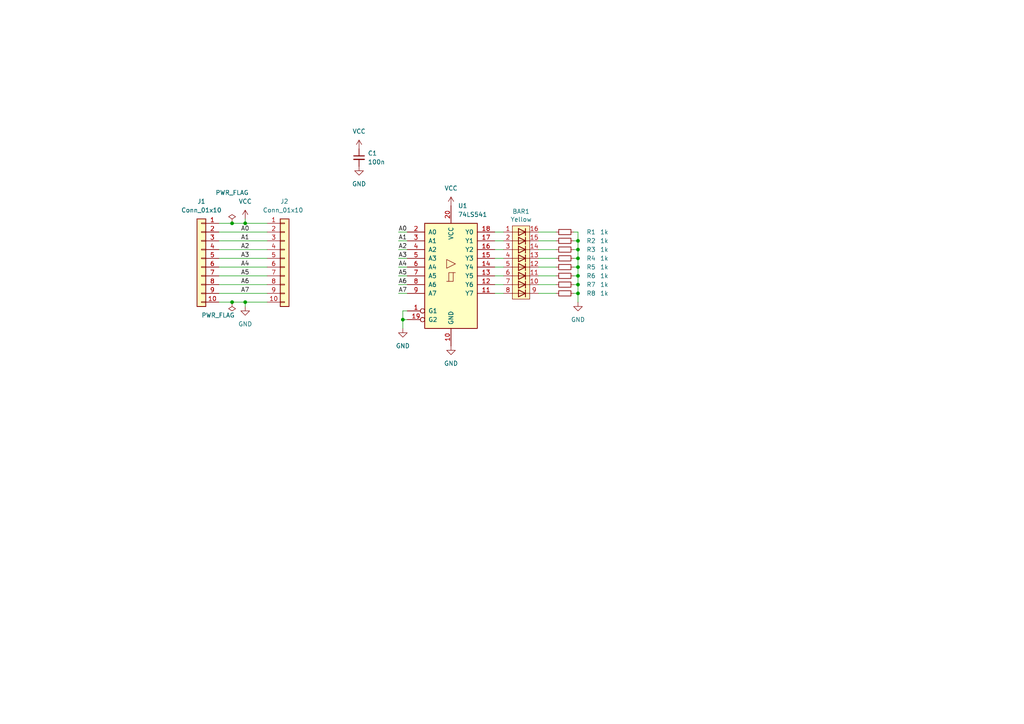
<source format=kicad_sch>
(kicad_sch (version 20211123) (generator eeschema)
  (paper "A4")
  (title_block (title "LED Bar") (date "2022-04-05") (rev "A"))
  (lib_symbols
    (symbol "74xx:74LS541" (pin_names (offset 1.016))
      (property "Reference" "U" (at -7.62 16.51 0))
      (property "Value" "74LS541" (at -7.62 -16.51 0))
      (symbol "74LS541_1_0"
        (polyline (pts (xy -0.635 -1.6002) (xy -0.635 0.9398) (xy 0.635 0.9398)))
        (polyline (pts (xy -1.27 -1.6002) (xy 0.635 -1.6002) (xy 0.635 0.9398) (xy 1.27 0.9398)))
        (polyline (pts (xy 1.27 3.4798) (xy -1.27 4.7498) (xy -1.27 2.2098) (xy 1.27 3.4798)) (stroke (width 0.1524)))
        (pin input inverted (at -12.7 -10.16 0) (length 5.08) (name "G1") (number "1"))
        (pin power_in line (at 0 -20.32 90) (length 5.08) (name "GND") (number "10"))
        (pin tri_state line (at 12.7 -5.08 180) (length 5.08) (name "Y7") (number "11"))
        (pin tri_state line (at 12.7 -2.54 180) (length 5.08) (name "Y6") (number "12"))
        (pin tri_state line (at 12.7 0 180) (length 5.08) (name "Y5") (number "13"))
        (pin tri_state line (at 12.7 2.54 180) (length 5.08) (name "Y4") (number "14"))
        (pin tri_state line (at 12.7 5.08 180) (length 5.08) (name "Y3") (number "15"))
        (pin tri_state line (at 12.7 7.62 180) (length 5.08) (name "Y2") (number "16"))
        (pin tri_state line (at 12.7 10.16 180) (length 5.08) (name "Y1") (number "17"))
        (pin tri_state line (at 12.7 12.7 180) (length 5.08) (name "Y0") (number "18"))
        (pin input inverted (at -12.7 -12.7 0) (length 5.08) (name "G2") (number "19"))
        (pin input line (at -12.7 12.7 0) (length 5.08) (name "A0") (number "2"))
        (pin power_in line (at 0 20.32 270) (length 5.08) (name "VCC") (number "20"))
        (pin input line (at -12.7 10.16 0) (length 5.08) (name "A1") (number "3"))
        (pin input line (at -12.7 7.62 0) (length 5.08) (name "A2") (number "4"))
        (pin input line (at -12.7 5.08 0) (length 5.08) (name "A3") (number "5"))
        (pin input line (at -12.7 2.54 0) (length 5.08) (name "A4") (number "6"))
        (pin input line (at -12.7 0 0) (length 5.08) (name "A5") (number "7"))
        (pin input line (at -12.7 -2.54 0) (length 5.08) (name "A6") (number "8"))
        (pin input line (at -12.7 -5.08 0) (length 5.08) (name "A7") (number "9"))
      )
      (symbol "74LS541_1_1"
        (rectangle (start -7.62 15.24) (end 7.62 -15.24) (stroke (width 0.254)) (fill (type background)))
      )
    )
    (symbol "Connector_Generic:Conn_01x10" (pin_names (offset 1.016) hide)
      (property "Reference" "J" (at 0 12.7 0))
      (property "Value" "Conn_01x10" (at 0 -15.24 0))
      (symbol "Conn_01x10_1_1"
        (rectangle (start -1.27 -12.573) (end 0 -12.827) (stroke (width 0.1524)))
        (rectangle (start -1.27 -10.033) (end 0 -10.287) (stroke (width 0.1524)))
        (rectangle (start -1.27 -7.493) (end 0 -7.747) (stroke (width 0.1524)))
        (rectangle (start -1.27 -4.953) (end 0 -5.207) (stroke (width 0.1524)))
        (rectangle (start -1.27 -2.413) (end 0 -2.667) (stroke (width 0.1524)))
        (rectangle (start -1.27 0.127) (end 0 -0.127) (stroke (width 0.1524)))
        (rectangle (start -1.27 2.667) (end 0 2.413) (stroke (width 0.1524)))
        (rectangle (start -1.27 5.207) (end 0 4.953) (stroke (width 0.1524)))
        (rectangle (start -1.27 7.747) (end 0 7.493) (stroke (width 0.1524)))
        (rectangle (start -1.27 10.287) (end 0 10.033) (stroke (width 0.1524)))
        (rectangle (start -1.27 11.43) (end 1.27 -13.97) (stroke (width 0.254)) (fill (type background)))
        (pin passive line (at -5.08 10.16 0) (length 3.81) (name "Pin_1") (number "1"))
        (pin passive line (at -5.08 -12.7 0) (length 3.81) (name "Pin_10") (number "10"))
        (pin passive line (at -5.08 7.62 0) (length 3.81) (name "Pin_2") (number "2"))
        (pin passive line (at -5.08 5.08 0) (length 3.81) (name "Pin_3") (number "3"))
        (pin passive line (at -5.08 2.54 0) (length 3.81) (name "Pin_4") (number "4"))
        (pin passive line (at -5.08 0 0) (length 3.81) (name "Pin_5") (number "5"))
        (pin passive line (at -5.08 -2.54 0) (length 3.81) (name "Pin_6") (number "6"))
        (pin passive line (at -5.08 -5.08 0) (length 3.81) (name "Pin_7") (number "7"))
        (pin passive line (at -5.08 -7.62 0) (length 3.81) (name "Pin_8") (number "8"))
        (pin passive line (at -5.08 -10.16 0) (length 3.81) (name "Pin_9") (number "9"))
      )
    )
    (symbol "Device:C_Small" (pin_numbers hide) (pin_names (offset 0.254) hide)
      (property "Reference" "C" (at 0.254 1.778 0))
      (property "Value" "C_Small" (at 0.254 -2.032 0))
      (symbol "C_Small_0_1"
        (polyline (pts (xy -1.524 -0.508) (xy 1.524 -0.508)) (stroke (width 0.3302)))
        (polyline (pts (xy -1.524 0.508) (xy 1.524 0.508)) (stroke (width 0.3048)))
      )
      (symbol "C_Small_1_1"
        (pin passive line (at 0 2.54 270) (length 2.032) (name "~") (number "1"))
        (pin passive line (at 0 -2.54 90) (length 2.032) (name "~") (number "2"))
      )
    )
    (symbol "Device:R_Small" (pin_numbers hide) (pin_names (offset 0.254) hide)
      (property "Reference" "R" (at 0.762 0.508 0))
      (property "Value" "R_Small" (at 0.762 -1.016 0))
      (symbol "R_Small_0_1"
        (rectangle (start -0.762 1.778) (end 0.762 -1.778) (stroke (width 0.2032)))
      )
      (symbol "R_Small_1_1"
        (pin passive line (at 0 2.54 270) (length 0.762) (name "~") (number "1"))
        (pin passive line (at 0 -2.54 90) (length 0.762) (name "~") (number "2"))
      )
    )
    (symbol "led_bar:LED-Array-8" (pin_names (offset 1.016) hide)
      (property "Reference" "BAR" (at 0 11.938 0))
      (property "Value" "LED-Array-8" (at 0.762 -12.065 0))
      (symbol "LED-Array-8_0_1"
        (polyline (pts (xy -2.54 -8.89) (xy 2.54 -8.89)))
        (polyline (pts (xy -2.54 -6.35) (xy 2.54 -6.35)))
        (polyline (pts (xy -2.54 -1.27) (xy 2.54 -1.27)))
        (polyline (pts (xy -2.54 3.81) (xy 2.54 3.81)))
        (polyline (pts (xy -2.54 6.35) (xy 2.54 6.35)))
        (polyline (pts (xy -2.54 8.89) (xy 2.54 8.89)))
        (polyline (pts (xy 1.27 -7.874) (xy 1.27 -9.906)) (stroke (width 0.254)))
        (polyline (pts (xy 1.27 -5.334) (xy 1.27 -7.366)) (stroke (width 0.254)))
        (polyline (pts (xy 1.27 -2.794) (xy 1.27 -4.826)) (stroke (width 0.254)))
        (polyline (pts (xy 1.27 -0.254) (xy 1.27 -2.286)) (stroke (width 0.254)))
        (polyline (pts (xy 1.27 2.286) (xy 1.27 0.254)) (stroke (width 0.254)))
        (polyline (pts (xy 1.27 4.826) (xy 1.27 2.794)) (stroke (width 0.254)))
        (polyline (pts (xy 1.27 7.366) (xy 1.27 5.334)) (stroke (width 0.254)))
        (polyline (pts (xy 1.27 9.906) (xy 1.27 7.874)) (stroke (width 0.254)))
        (polyline (pts (xy 2.54 -3.81) (xy -2.54 -3.81)))
        (polyline (pts (xy 2.54 1.27) (xy -2.54 1.27)))
        (polyline (pts (xy -0.762 -7.874) (xy -0.762 -9.906) (xy 1.27 -8.89) (xy -0.762 -7.874)) (stroke (width 0.254)))
        (polyline (pts (xy -0.762 -5.334) (xy -0.762 -7.366) (xy 1.27 -6.35) (xy -0.762 -5.334)) (stroke (width 0.254)))
        (polyline (pts (xy -0.762 -2.794) (xy -0.762 -4.826) (xy 1.27 -3.81) (xy -0.762 -2.794)) (stroke (width 0.254)))
        (polyline (pts (xy -0.762 -0.254) (xy -0.762 -2.286) (xy 1.27 -1.27) (xy -0.762 -0.254)) (stroke (width 0.254)))
        (polyline (pts (xy -0.762 2.286) (xy -0.762 0.254) (xy 1.27 1.27) (xy -0.762 2.286)) (stroke (width 0.254)))
        (polyline (pts (xy -0.762 4.826) (xy -0.762 2.794) (xy 1.27 3.81) (xy -0.762 4.826)) (stroke (width 0.254)))
        (polyline (pts (xy -0.762 7.366) (xy -0.762 5.334) (xy 1.27 6.35) (xy -0.762 7.366)) (stroke (width 0.254)))
        (polyline (pts (xy -0.762 9.906) (xy -0.762 7.874) (xy 1.27 8.89) (xy -0.762 9.906)) (stroke (width 0.254)))
        (rectangle (start 2.54 10.668) (end -2.54 -10.541) (fill (type background)))
      )
      (symbol "LED-Array-8_1_1"
        (pin passive line (at -5.08 8.89 0) (length 2.54) (name "A") (number "1"))
        (pin passive line (at 5.08 -6.35 180) (length 2.54) (name "K") (number "10"))
        (pin passive line (at 5.08 -3.81 180) (length 2.54) (name "K") (number "11"))
        (pin passive line (at 5.08 -1.27 180) (length 2.54) (name "K") (number "12"))
        (pin passive line (at 5.08 1.27 180) (length 2.54) (name "K") (number "13"))
        (pin passive line (at 5.08 3.81 180) (length 2.54) (name "K") (number "14"))
        (pin passive line (at 5.08 6.35 180) (length 2.54) (name "K") (number "15"))
        (pin passive line (at 5.08 8.89 180) (length 2.54) (name "K") (number "16"))
        (pin passive line (at -5.08 6.35 0) (length 2.54) (name "A") (number "2"))
        (pin passive line (at -5.08 3.81 0) (length 2.54) (name "A") (number "3"))
        (pin passive line (at -5.08 1.27 0) (length 2.54) (name "A") (number "4"))
        (pin passive line (at -5.08 -1.27 0) (length 2.54) (name "A") (number "5"))
        (pin passive line (at -5.08 -3.81 0) (length 2.54) (name "A") (number "6"))
        (pin passive line (at -5.08 -6.35 0) (length 2.54) (name "A") (number "7"))
        (pin passive line (at -5.08 -8.89 0) (length 2.54) (name "A") (number "8"))
        (pin passive line (at 5.08 -8.89 180) (length 2.54) (name "K") (number "9"))
      )
    )
    (symbol "power:GND" (power) (pin_names (offset 0))
      (property "Value" "GND" (at 0 -3.81 0))
      (symbol "GND_0_1"
        (polyline (pts (xy 0 0) (xy 0 -1.27) (xy 1.27 -1.27) (xy 0 -2.54) (xy -1.27 -1.27) (xy 0 -1.27)))
      )
      (symbol "GND_1_1"
        (pin power_in line (at 0 0 270) (length 0) hide (name "GND") (number "1"))
      )
    )
    (symbol "power:PWR_FLAG" (power) (pin_numbers hide) (pin_names (offset 0) hide)
      (property "Value" "PWR_FLAG" (at 0 3.81 0))
      (symbol "PWR_FLAG_0_0"
        (pin power_out line (at 0 0 90) (length 0) (name "pwr") (number "1"))
      )
      (symbol "PWR_FLAG_0_1"
        (polyline (pts (xy 0 0) (xy 0 1.27) (xy -1.016 1.905) (xy 0 2.54) (xy 1.016 1.905) (xy 0 1.27)))
      )
    )
    (symbol "power:VCC" (power) (pin_names (offset 0))
      (property "Value" "VCC" (at 0 3.81 0))
      (symbol "VCC_0_1"
        (polyline (pts (xy -0.762 1.27) (xy 0 2.54)))
        (polyline (pts (xy 0 0) (xy 0 2.54)))
        (polyline (pts (xy 0 2.54) (xy 0.762 1.27)))
      )
      (symbol "VCC_1_1"
        (pin power_in line (at 0 0 90) (length 0) hide (name "VCC") (number "1"))
      )
    )
  )
  (junction (at 167.64 72.39))
  (junction (at 71.12 64.77))
  (junction (at 167.64 82.55))
  (junction (at 71.12 87.63))
  (junction (at 167.64 69.85))
  (junction (at 167.64 85.09))
  (junction (at 67.31 87.63))
  (junction (at 167.64 80.01))
  (junction (at 116.84 92.71))
  (junction (at 67.31 64.77))
  (junction (at 167.64 77.47))
  (junction (at 167.64 74.93))
  (wire (pts (xy 116.84 92.71) (xy 118.11 92.71)))
  (wire (pts (xy 167.64 77.47) (xy 167.64 74.93)))
  (wire (pts (xy 143.51 69.85) (xy 146.05 69.85)))
  (wire (pts (xy 71.12 87.63) (xy 71.12 88.9)))
  (wire (pts (xy 115.57 74.93) (xy 118.11 74.93)))
  (wire (pts (xy 115.57 77.47) (xy 118.11 77.47)))
  (wire (pts (xy 156.21 85.09) (xy 161.29 85.09)))
  (wire (pts (xy 63.5 69.85) (xy 77.47 69.85)))
  (wire (pts (xy 167.64 69.85) (xy 167.64 67.31)))
  (wire (pts (xy 167.64 80.01) (xy 167.64 77.47)))
  (wire (pts (xy 156.21 69.85) (xy 161.29 69.85)))
  (wire (pts (xy 71.12 64.77) (xy 77.47 64.77)))
  (wire (pts (xy 161.29 82.55) (xy 156.21 82.55)))
  (wire (pts (xy 115.57 82.55) (xy 118.11 82.55)))
  (wire (pts (xy 146.05 82.55) (xy 143.51 82.55)))
  (wire (pts (xy 143.51 74.93) (xy 146.05 74.93)))
  (wire (pts (xy 161.29 77.47) (xy 156.21 77.47)))
  (wire (pts (xy 143.51 80.01) (xy 146.05 80.01)))
  (wire (pts (xy 116.84 92.71) (xy 116.84 95.25)))
  (wire (pts (xy 115.57 67.31) (xy 118.11 67.31)))
  (wire (pts (xy 167.64 72.39) (xy 166.37 72.39)))
  (wire (pts (xy 115.57 80.01) (xy 118.11 80.01)))
  (wire (pts (xy 71.12 87.63) (xy 77.47 87.63)))
  (wire (pts (xy 63.5 77.47) (xy 77.47 77.47)))
  (wire (pts (xy 63.5 64.77) (xy 67.31 64.77)))
  (wire (pts (xy 115.57 85.09) (xy 118.11 85.09)))
  (wire (pts (xy 71.12 63.5) (xy 71.12 64.77)))
  (wire (pts (xy 167.64 74.93) (xy 167.64 72.39)))
  (wire (pts (xy 167.64 85.09) (xy 166.37 85.09)))
  (wire (pts (xy 167.64 82.55) (xy 166.37 82.55)))
  (wire (pts (xy 167.64 85.09) (xy 167.64 82.55)))
  (wire (pts (xy 63.5 80.01) (xy 77.47 80.01)))
  (wire (pts (xy 63.5 74.93) (xy 77.47 74.93)))
  (wire (pts (xy 115.57 72.39) (xy 118.11 72.39)))
  (wire (pts (xy 118.11 90.17) (xy 116.84 90.17)))
  (wire (pts (xy 161.29 72.39) (xy 156.21 72.39)))
  (wire (pts (xy 146.05 67.31) (xy 143.51 67.31)))
  (wire (pts (xy 63.5 72.39) (xy 77.47 72.39)))
  (wire (pts (xy 63.5 87.63) (xy 67.31 87.63)))
  (wire (pts (xy 167.64 87.63) (xy 167.64 85.09)))
  (wire (pts (xy 63.5 85.09) (xy 77.47 85.09)))
  (wire (pts (xy 143.51 85.09) (xy 146.05 85.09)))
  (wire (pts (xy 67.31 87.63) (xy 71.12 87.63)))
  (wire (pts (xy 146.05 77.47) (xy 143.51 77.47)))
  (wire (pts (xy 167.64 82.55) (xy 167.64 80.01)))
  (wire (pts (xy 115.57 69.85) (xy 118.11 69.85)))
  (wire (pts (xy 156.21 74.93) (xy 161.29 74.93)))
  (wire (pts (xy 167.64 72.39) (xy 167.64 69.85)))
  (wire (pts (xy 146.05 72.39) (xy 143.51 72.39)))
  (wire (pts (xy 63.5 67.31) (xy 77.47 67.31)))
  (wire (pts (xy 167.64 80.01) (xy 166.37 80.01)))
  (wire (pts (xy 116.84 90.17) (xy 116.84 92.71)))
  (wire (pts (xy 67.31 64.77) (xy 71.12 64.77)))
  (wire (pts (xy 167.64 77.47) (xy 166.37 77.47)))
  (wire (pts (xy 63.5 82.55) (xy 77.47 82.55)))
  (wire (pts (xy 167.64 69.85) (xy 166.37 69.85)))
  (wire (pts (xy 156.21 80.01) (xy 161.29 80.01)))
  (wire (pts (xy 167.64 67.31) (xy 166.37 67.31)))
  (wire (pts (xy 167.64 74.93) (xy 166.37 74.93)))
  (wire (pts (xy 156.21 67.31) (xy 161.29 67.31)))
  (label "A6" (at 115.57 82.55 0))
  (label "A2" (at 69.85 72.39 0))
  (label "A2" (at 115.57 72.39 0))
  (label "A0" (at 115.57 67.31 0))
  (label "A4" (at 69.85 77.47 0))
  (label "A5" (at 115.57 80.01 0))
  (label "A7" (at 69.85 85.09 0))
  (label "A1" (at 115.57 69.85 0))
  (label "A4" (at 115.57 77.47 0))
  (label "A3" (at 69.85 74.93 0))
  (label "A0" (at 69.85 67.31 0))
  (label "A7" (at 115.57 85.09 0))
  (label "A5" (at 69.85 80.01 0))
  (label "A1" (at 69.85 69.85 0))
  (label "A3" (at 115.57 74.93 0))
  (label "A6" (at 69.85 82.55 0))
  (symbol (lib_id "power:GND") (at 167.64 87.63 0) (unit 1)
    (property "Reference" "#PWR0105" (effects hide))
    (property "Value" "GND" (at 167.64 92.71 0))
  )
  (symbol (lib_id "Device:R_Small") (at 163.83 85.09 90) (unit 1)
    (property "Reference" "R8" (at 171.45 85.09 90))
    (property "Value" "1k" (at 175.26 85.09 90))
    (property "Footprint" "Resistor_SMD:R_1206_3216Metric_Pad1.30x1.75mm_HandSolder" (effects hide))
  )
  (symbol (lib_id "Device:R_Small") (at 163.83 72.39 90) (unit 1)
    (property "Reference" "R3" (at 171.45 72.39 90))
    (property "Value" "1k" (at 175.26 72.39 90))
    (property "Footprint" "Resistor_SMD:R_1206_3216Metric_Pad1.30x1.75mm_HandSolder" (effects hide))
  )
  (symbol (lib_id "power:VCC") (at 71.12 63.5 0) (unit 1)
    (property "Reference" "#PWR01" (effects hide))
    (property "Value" "VCC" (at 71.12 58.42 0))
  )
  (symbol (lib_id "Connector_Generic:Conn_01x10") (at 82.55 74.93 0) (unit 1)
    (property "Reference" "J2" (at 81.28 58.42 0) (effects (justify left)))
    (property "Value" "Conn_01x10" (at 76.2 60.96 0) (effects (justify left)))
    (property "Footprint" "Connector_PinHeader_2.54mm:PinHeader_1x10_P2.54mm_Vertical" (effects hide))
  )
  (symbol (lib_id "power:PWR_FLAG") (at 67.31 64.77 0) (unit 1)
    (property "Reference" "#FLG0102" (effects hide))
    (property "Value" "PWR_FLAG" (at 67.31 55.88 0))
  )
  (symbol (lib_id "led_bar:LED-Array-8") (at 151.13 76.2 0) (unit 1)
    (property "Reference" "BAR1" (at 151.13 61.341 0))
    (property "Value" "Yellow" (at 151.13 63.6524 0))
    (property "Footprint" "Package_DIP:DIP-16_W7.62mm" (effects hide))
  )
  (symbol (lib_id "power:VCC") (at 130.81 59.69 0) (unit 1)
    (property "Reference" "#PWR06" (effects hide))
    (property "Value" "VCC" (at 130.81 54.61 0))
  )
  (symbol (lib_id "power:GND") (at 130.81 100.33 0) (unit 1)
    (property "Reference" "#PWR0101" (effects hide))
    (property "Value" "GND" (at 130.81 105.41 0))
  )
  (symbol (lib_id "Device:R_Small") (at 163.83 80.01 90) (unit 1)
    (property "Reference" "R6" (at 171.45 80.01 90))
    (property "Value" "1k" (at 175.26 80.01 90))
    (property "Footprint" "Resistor_SMD:R_1206_3216Metric_Pad1.30x1.75mm_HandSolder" (effects hide))
  )
  (symbol (lib_id "Device:R_Small") (at 163.83 74.93 90) (unit 1)
    (property "Reference" "R4" (at 171.45 74.93 90))
    (property "Value" "1k" (at 175.26 74.93 90))
    (property "Footprint" "Resistor_SMD:R_1206_3216Metric_Pad1.30x1.75mm_HandSolder" (effects hide))
  )
  (symbol (lib_id "power:GND") (at 116.84 95.25 0) (unit 1)
    (property "Reference" "#PWR0102" (effects hide))
    (property "Value" "GND" (at 116.84 100.33 0))
  )
  (symbol (lib_id "Device:R_Small") (at 163.83 67.31 90) (unit 1)
    (property "Reference" "R1" (at 171.45 67.31 90))
    (property "Value" "1k" (at 175.26 67.31 90))
    (property "Footprint" "Resistor_SMD:R_1206_3216Metric_Pad1.30x1.75mm_HandSolder" (effects hide))
  )
  (symbol (lib_id "Device:C_Small") (at 104.14 45.72 0) (unit 1)
    (property "Reference" "C1" (at 106.68 44.4562 0) (effects (justify left)))
    (property "Value" "100n" (at 106.68 46.9962 0) (effects (justify left)))
    (property "Footprint" "Capacitor_THT:C_Disc_D3.0mm_W1.6mm_P2.50mm" (effects hide))
  )
  (symbol (lib_id "power:GND") (at 104.14 48.26 0) (unit 1)
    (property "Reference" "#PWR0104" (effects hide))
    (property "Value" "GND" (at 104.14 53.34 0))
  )
  (symbol (lib_id "Device:R_Small") (at 163.83 82.55 90) (unit 1)
    (property "Reference" "R7" (at 171.45 82.55 90))
    (property "Value" "1k" (at 175.26 82.55 90))
    (property "Footprint" "Resistor_SMD:R_1206_3216Metric_Pad1.30x1.75mm_HandSolder" (effects hide))
  )
  (symbol (lib_id "power:GND") (at 71.12 88.9 0) (unit 1)
    (property "Reference" "#PWR0103" (effects hide))
    (property "Value" "GND" (at 71.12 93.98 0))
  )
  (symbol (lib_id "Connector_Generic:Conn_01x10") (at 58.42 74.93 0) (mirror y) (unit 1)
    (property "Reference" "J1" (at 58.42 58.42 0))
    (property "Value" "Conn_01x10" (at 58.42 60.96 0))
    (property "Footprint" "Connector_PinHeader_2.54mm:PinHeader_1x10_P2.54mm_Vertical" (effects hide))
  )
  (symbol (lib_id "Device:R_Small") (at 163.83 77.47 90) (unit 1)
    (property "Reference" "R5" (at 171.45 77.47 90))
    (property "Value" "1k" (at 175.26 77.47 90))
    (property "Footprint" "Resistor_SMD:R_1206_3216Metric_Pad1.30x1.75mm_HandSolder" (effects hide))
  )
  (symbol (lib_id "74xx:74LS541") (at 130.81 80.01 0) (unit 1)
    (property "Reference" "U1" (at 132.8294 59.69 0) (effects (justify left)))
    (property "Value" "74LS541" (at 132.8294 62.23 0) (effects (justify left)))
    (property "Footprint" "Package_DIP:DIP-20_W7.62mm" (effects hide))
    (property "Datasheet" "http://www.ti.com/lit/gpn/sn74LS541" (effects hide))
  )
  (symbol (lib_id "power:PWR_FLAG") (at 67.31 87.63 180) (unit 1)
    (property "Reference" "#FLG0101" (effects hide))
    (property "Value" "PWR_FLAG" (at 58.42 91.44 0) (effects (justify right)))
  )
  (symbol (lib_id "Device:R_Small") (at 163.83 69.85 90) (unit 1)
    (property "Reference" "R2" (at 171.45 69.85 90))
    (property "Value" "1k" (at 175.26 69.85 90))
    (property "Footprint" "Resistor_SMD:R_1206_3216Metric_Pad1.30x1.75mm_HandSolder" (effects hide))
  )
  (symbol (lib_id "power:VCC") (at 104.14 43.18 0) (unit 1)
    (property "Reference" "#PWR03" (effects hide))
    (property "Value" "VCC" (at 104.14 38.1 0))
  )
)
</source>
